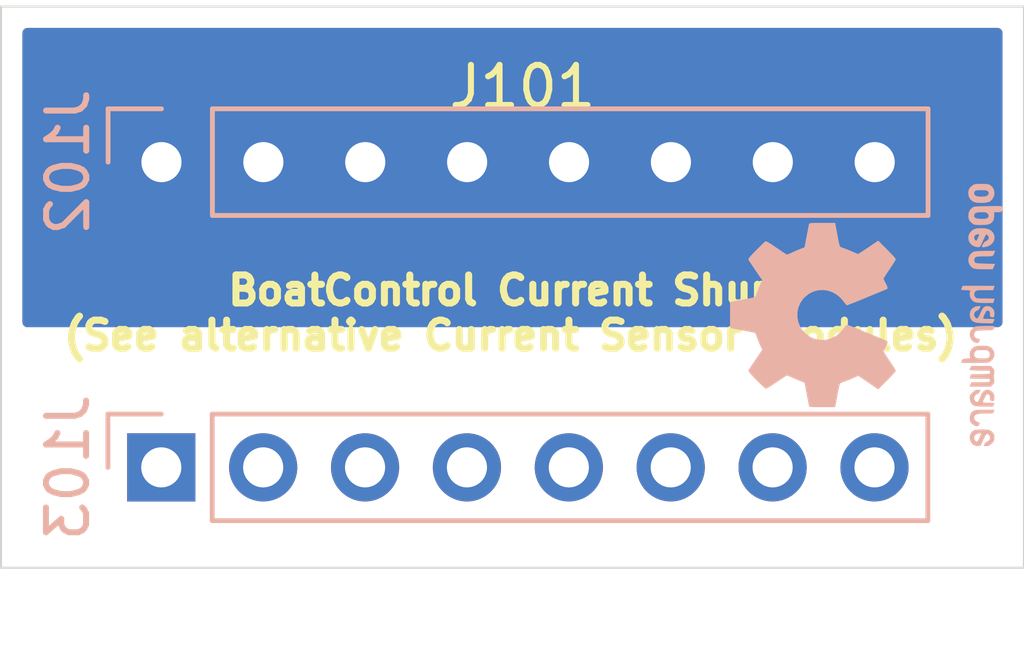
<source format=kicad_pcb>
(kicad_pcb (version 20171130) (host pcbnew 5.1.5+dfsg1-2build2)

  (general
    (thickness 1.6)
    (drawings 5)
    (tracks 2)
    (zones 0)
    (modules 4)
    (nets 10)
  )

  (page A4)
  (title_block
    (title "Current Shunt Breakout")
    (date 2021-01-05)
    (rev 1)
    (company Rugludallur)
    (comment 1 www.dallur.com)
    (comment 2 boatcontrol@dallur.com)
  )

  (layers
    (0 F.Cu signal)
    (31 B.Cu signal)
    (32 B.Adhes user)
    (33 F.Adhes user)
    (34 B.Paste user)
    (35 F.Paste user)
    (36 B.SilkS user)
    (37 F.SilkS user)
    (38 B.Mask user)
    (39 F.Mask user)
    (40 Dwgs.User user)
    (41 Cmts.User user)
    (42 Eco1.User user)
    (43 Eco2.User user)
    (44 Edge.Cuts user)
    (45 Margin user)
    (46 B.CrtYd user)
    (47 F.CrtYd user)
    (48 B.Fab user)
    (49 F.Fab user)
  )

  (setup
    (last_trace_width 0.25)
    (user_trace_width 2)
    (user_trace_width 4)
    (user_trace_width 5)
    (trace_clearance 0.925)
    (zone_clearance 0.508)
    (zone_45_only no)
    (trace_min 0.2)
    (via_size 0.8)
    (via_drill 0.4)
    (via_min_size 0.4)
    (via_min_drill 0.3)
    (uvia_size 0.3)
    (uvia_drill 0.1)
    (uvias_allowed no)
    (uvia_min_size 0.2)
    (uvia_min_drill 0.1)
    (edge_width 0.05)
    (segment_width 0.2)
    (pcb_text_width 0.3)
    (pcb_text_size 1.5 1.5)
    (mod_edge_width 0.12)
    (mod_text_size 1 1)
    (mod_text_width 0.15)
    (pad_size 1.524 1.524)
    (pad_drill 0.762)
    (pad_to_mask_clearance 0.051)
    (solder_mask_min_width 0.25)
    (aux_axis_origin 0 0)
    (visible_elements FFFFFF7F)
    (pcbplotparams
      (layerselection 0x010fc_ffffffff)
      (usegerberextensions false)
      (usegerberattributes false)
      (usegerberadvancedattributes false)
      (creategerberjobfile false)
      (excludeedgelayer true)
      (linewidth 0.100000)
      (plotframeref false)
      (viasonmask false)
      (mode 1)
      (useauxorigin false)
      (hpglpennumber 1)
      (hpglpenspeed 20)
      (hpglpendiameter 15.000000)
      (psnegative false)
      (psa4output false)
      (plotreference true)
      (plotvalue true)
      (plotinvisibletext false)
      (padsonsilk false)
      (subtractmaskfromsilk false)
      (outputformat 1)
      (mirror false)
      (drillshape 1)
      (scaleselection 1)
      (outputdirectory ""))
  )

  (net 0 "")
  (net 1 /Power)
  (net 2 "Net-(J101-Pad1)")
  (net 3 "Net-(J101-Pad2)")
  (net 4 "Net-(J101-Pad3)")
  (net 5 "Net-(J101-Pad4)")
  (net 6 "Net-(J101-Pad5)")
  (net 7 "Net-(J101-Pad6)")
  (net 8 "Net-(J101-Pad7)")
  (net 9 "Net-(J101-Pad8)")

  (net_class Default "This is the default net class."
    (clearance 0.925)
    (trace_width 0.25)
    (via_dia 0.8)
    (via_drill 0.4)
    (uvia_dia 0.3)
    (uvia_drill 0.1)
    (add_net /Power)
    (add_net "Net-(J101-Pad1)")
    (add_net "Net-(J101-Pad2)")
    (add_net "Net-(J101-Pad3)")
    (add_net "Net-(J101-Pad4)")
    (add_net "Net-(J101-Pad5)")
    (add_net "Net-(J101-Pad6)")
    (add_net "Net-(J101-Pad7)")
    (add_net "Net-(J101-Pad8)")
  )

  (module CurrentShunt:OSHW-Logo2_7.3x6mm_SilkScreen (layer B.Cu) (tedit 5FF3C164) (tstamp 5FF44280)
    (at 157.9372 99.695 270)
    (descr "Open Source Hardware Symbol")
    (tags "Logo Symbol OSHW")
    (path /5FF5287F)
    (attr virtual)
    (fp_text reference LOGO101 (at 0 0 270) (layer B.SilkS) hide
      (effects (font (size 1 1) (thickness 0.15)) (justify mirror))
    )
    (fp_text value Logo_Open_Hardware_Small (at 0.75 0 270) (layer B.Fab) hide
      (effects (font (size 1 1) (thickness 0.15)) (justify mirror))
    )
    (fp_poly (pts (xy -2.400256 -3.189918) (xy -2.344799 -3.217568) (xy -2.295852 -3.26848) (xy -2.282371 -3.287338)
      (xy -2.267686 -3.312015) (xy -2.258158 -3.338816) (xy -2.252707 -3.374587) (xy -2.250253 -3.426169)
      (xy -2.249714 -3.494267) (xy -2.252148 -3.587588) (xy -2.260606 -3.657657) (xy -2.276826 -3.709931)
      (xy -2.302546 -3.749869) (xy -2.339503 -3.782929) (xy -2.342218 -3.784886) (xy -2.37864 -3.804908)
      (xy -2.422498 -3.814815) (xy -2.478276 -3.817257) (xy -2.568952 -3.817257) (xy -2.56899 -3.905283)
      (xy -2.569834 -3.954308) (xy -2.574976 -3.983065) (xy -2.588413 -4.000311) (xy -2.614142 -4.014808)
      (xy -2.620321 -4.017769) (xy -2.649236 -4.031648) (xy -2.671624 -4.040414) (xy -2.688271 -4.041171)
      (xy -2.699964 -4.031023) (xy -2.70749 -4.007073) (xy -2.711634 -3.966426) (xy -2.713185 -3.906186)
      (xy -2.712929 -3.823455) (xy -2.711651 -3.715339) (xy -2.711252 -3.683) (xy -2.709815 -3.571524)
      (xy -2.708528 -3.498603) (xy -2.569029 -3.498603) (xy -2.568245 -3.560499) (xy -2.56476 -3.600997)
      (xy -2.556876 -3.627708) (xy -2.542895 -3.648244) (xy -2.533403 -3.65826) (xy -2.494596 -3.687567)
      (xy -2.460237 -3.689952) (xy -2.424784 -3.66575) (xy -2.423886 -3.664857) (xy -2.409461 -3.646153)
      (xy -2.400687 -3.620732) (xy -2.396261 -3.581584) (xy -2.394882 -3.521697) (xy -2.394857 -3.50843)
      (xy -2.398188 -3.425901) (xy -2.409031 -3.368691) (xy -2.42866 -3.333766) (xy -2.45835 -3.318094)
      (xy -2.475509 -3.316514) (xy -2.516234 -3.323926) (xy -2.544168 -3.34833) (xy -2.560983 -3.39298)
      (xy -2.56835 -3.46113) (xy -2.569029 -3.498603) (xy -2.708528 -3.498603) (xy -2.708292 -3.485245)
      (xy -2.706323 -3.420333) (xy -2.70355 -3.372958) (xy -2.699612 -3.33929) (xy -2.694151 -3.315498)
      (xy -2.686808 -3.297753) (xy -2.677223 -3.282224) (xy -2.673113 -3.276381) (xy -2.618595 -3.221185)
      (xy -2.549664 -3.18989) (xy -2.469928 -3.181165) (xy -2.400256 -3.189918)) (layer B.SilkS) (width 0.01))
    (fp_poly (pts (xy -1.283907 -3.19778) (xy -1.237328 -3.224723) (xy -1.204943 -3.251466) (xy -1.181258 -3.279484)
      (xy -1.164941 -3.313748) (xy -1.154661 -3.359227) (xy -1.149086 -3.420892) (xy -1.146884 -3.503711)
      (xy -1.146629 -3.563246) (xy -1.146629 -3.782391) (xy -1.208314 -3.810044) (xy -1.27 -3.837697)
      (xy -1.277257 -3.59767) (xy -1.280256 -3.508028) (xy -1.283402 -3.442962) (xy -1.287299 -3.398026)
      (xy -1.292553 -3.36877) (xy -1.299769 -3.350748) (xy -1.30955 -3.339511) (xy -1.312688 -3.337079)
      (xy -1.360239 -3.318083) (xy -1.408303 -3.3256) (xy -1.436914 -3.345543) (xy -1.448553 -3.359675)
      (xy -1.456609 -3.37822) (xy -1.461729 -3.406334) (xy -1.464559 -3.449173) (xy -1.465744 -3.511895)
      (xy -1.465943 -3.577261) (xy -1.465982 -3.659268) (xy -1.467386 -3.717316) (xy -1.472086 -3.756465)
      (xy -1.482013 -3.78178) (xy -1.499097 -3.798323) (xy -1.525268 -3.811156) (xy -1.560225 -3.824491)
      (xy -1.598404 -3.839007) (xy -1.593859 -3.581389) (xy -1.592029 -3.488519) (xy -1.589888 -3.419889)
      (xy -1.586819 -3.370711) (xy -1.582206 -3.336198) (xy -1.575432 -3.311562) (xy -1.565881 -3.292016)
      (xy -1.554366 -3.27477) (xy -1.49881 -3.21968) (xy -1.43102 -3.187822) (xy -1.357287 -3.180191)
      (xy -1.283907 -3.19778)) (layer B.SilkS) (width 0.01))
    (fp_poly (pts (xy -2.958885 -3.191962) (xy -2.890855 -3.227733) (xy -2.840649 -3.285301) (xy -2.822815 -3.322312)
      (xy -2.808937 -3.377882) (xy -2.801833 -3.448096) (xy -2.80116 -3.524727) (xy -2.806573 -3.599552)
      (xy -2.81773 -3.664342) (xy -2.834286 -3.710873) (xy -2.839374 -3.718887) (xy -2.899645 -3.778707)
      (xy -2.971231 -3.814535) (xy -3.048908 -3.82502) (xy -3.127452 -3.80881) (xy -3.149311 -3.799092)
      (xy -3.191878 -3.769143) (xy -3.229237 -3.729433) (xy -3.232768 -3.724397) (xy -3.247119 -3.700124)
      (xy -3.256606 -3.674178) (xy -3.26221 -3.640022) (xy -3.264914 -3.591119) (xy -3.265701 -3.520935)
      (xy -3.265714 -3.5052) (xy -3.265678 -3.500192) (xy -3.120571 -3.500192) (xy -3.119727 -3.56643)
      (xy -3.116404 -3.610386) (xy -3.109417 -3.638779) (xy -3.097584 -3.658325) (xy -3.091543 -3.664857)
      (xy -3.056814 -3.68968) (xy -3.023097 -3.688548) (xy -2.989005 -3.667016) (xy -2.968671 -3.644029)
      (xy -2.956629 -3.610478) (xy -2.949866 -3.557569) (xy -2.949402 -3.551399) (xy -2.948248 -3.455513)
      (xy -2.960312 -3.384299) (xy -2.98543 -3.338194) (xy -3.02344 -3.317635) (xy -3.037008 -3.316514)
      (xy -3.072636 -3.322152) (xy -3.097006 -3.341686) (xy -3.111907 -3.379042) (xy -3.119125 -3.43815)
      (xy -3.120571 -3.500192) (xy -3.265678 -3.500192) (xy -3.265174 -3.430413) (xy -3.262904 -3.378159)
      (xy -3.257932 -3.341949) (xy -3.249287 -3.315299) (xy -3.235995 -3.291722) (xy -3.233057 -3.287338)
      (xy -3.183687 -3.228249) (xy -3.129891 -3.193947) (xy -3.064398 -3.180331) (xy -3.042158 -3.179665)
      (xy -2.958885 -3.191962)) (layer B.SilkS) (width 0.01))
    (fp_poly (pts (xy -1.831697 -3.201239) (xy -1.774473 -3.239735) (xy -1.730251 -3.295335) (xy -1.703833 -3.366086)
      (xy -1.69849 -3.418162) (xy -1.699097 -3.439893) (xy -1.704178 -3.456531) (xy -1.718145 -3.471437)
      (xy -1.745411 -3.487973) (xy -1.790388 -3.509498) (xy -1.857489 -3.539374) (xy -1.857829 -3.539524)
      (xy -1.919593 -3.567813) (xy -1.970241 -3.592933) (xy -2.004596 -3.612179) (xy -2.017482 -3.622848)
      (xy -2.017486 -3.622934) (xy -2.006128 -3.646166) (xy -1.979569 -3.671774) (xy -1.949077 -3.690221)
      (xy -1.93363 -3.693886) (xy -1.891485 -3.681212) (xy -1.855192 -3.649471) (xy -1.837483 -3.614572)
      (xy -1.820448 -3.588845) (xy -1.787078 -3.559546) (xy -1.747851 -3.534235) (xy -1.713244 -3.520471)
      (xy -1.706007 -3.519714) (xy -1.697861 -3.53216) (xy -1.69737 -3.563972) (xy -1.703357 -3.606866)
      (xy -1.714643 -3.652558) (xy -1.73005 -3.692761) (xy -1.730829 -3.694322) (xy -1.777196 -3.759062)
      (xy -1.837289 -3.803097) (xy -1.905535 -3.824711) (xy -1.976362 -3.822185) (xy -2.044196 -3.793804)
      (xy -2.047212 -3.791808) (xy -2.100573 -3.743448) (xy -2.13566 -3.680352) (xy -2.155078 -3.597387)
      (xy -2.157684 -3.574078) (xy -2.162299 -3.464055) (xy -2.156767 -3.412748) (xy -2.017486 -3.412748)
      (xy -2.015676 -3.444753) (xy -2.005778 -3.454093) (xy -1.981102 -3.447105) (xy -1.942205 -3.430587)
      (xy -1.898725 -3.409881) (xy -1.897644 -3.409333) (xy -1.860791 -3.389949) (xy -1.846 -3.377013)
      (xy -1.849647 -3.363451) (xy -1.865005 -3.345632) (xy -1.904077 -3.319845) (xy -1.946154 -3.31795)
      (xy -1.983897 -3.336717) (xy -2.009966 -3.372915) (xy -2.017486 -3.412748) (xy -2.156767 -3.412748)
      (xy -2.152806 -3.376027) (xy -2.12845 -3.306212) (xy -2.094544 -3.257302) (xy -2.033347 -3.207878)
      (xy -1.965937 -3.183359) (xy -1.89712 -3.181797) (xy -1.831697 -3.201239)) (layer B.SilkS) (width 0.01))
    (fp_poly (pts (xy -0.624114 -3.121289) (xy -0.619861 -3.180613) (xy -0.614975 -3.215572) (xy -0.608205 -3.23082)
      (xy -0.598298 -3.231015) (xy -0.595086 -3.229195) (xy -0.552356 -3.216015) (xy -0.496773 -3.216785)
      (xy -0.440263 -3.230333) (xy -0.404918 -3.247861) (xy -0.368679 -3.275861) (xy -0.342187 -3.307549)
      (xy -0.324001 -3.347813) (xy -0.312678 -3.401543) (xy -0.306778 -3.473626) (xy -0.304857 -3.568951)
      (xy -0.304823 -3.587237) (xy -0.3048 -3.792646) (xy -0.350509 -3.80858) (xy -0.382973 -3.81942)
      (xy -0.400785 -3.824468) (xy -0.401309 -3.824514) (xy -0.403063 -3.810828) (xy -0.404556 -3.773076)
      (xy -0.405674 -3.716224) (xy -0.406303 -3.645234) (xy -0.4064 -3.602073) (xy -0.406602 -3.516973)
      (xy -0.407642 -3.455981) (xy -0.410169 -3.414177) (xy -0.414836 -3.386642) (xy -0.422293 -3.368456)
      (xy -0.433189 -3.354698) (xy -0.439993 -3.348073) (xy -0.486728 -3.321375) (xy -0.537728 -3.319375)
      (xy -0.583999 -3.341955) (xy -0.592556 -3.350107) (xy -0.605107 -3.365436) (xy -0.613812 -3.383618)
      (xy -0.619369 -3.409909) (xy -0.622474 -3.449562) (xy -0.623824 -3.507832) (xy -0.624114 -3.588173)
      (xy -0.624114 -3.792646) (xy -0.669823 -3.80858) (xy -0.702287 -3.81942) (xy -0.720099 -3.824468)
      (xy -0.720623 -3.824514) (xy -0.721963 -3.810623) (xy -0.723172 -3.771439) (xy -0.724199 -3.7107)
      (xy -0.724998 -3.632141) (xy -0.725519 -3.539498) (xy -0.725714 -3.436509) (xy -0.725714 -3.039342)
      (xy -0.678543 -3.019444) (xy -0.631371 -2.999547) (xy -0.624114 -3.121289)) (layer B.SilkS) (width 0.01))
    (fp_poly (pts (xy 0.039744 -3.220968) (xy 0.096616 -3.242087) (xy 0.097267 -3.242493) (xy 0.13244 -3.26838)
      (xy 0.158407 -3.298633) (xy 0.17667 -3.338058) (xy 0.188732 -3.391462) (xy 0.196096 -3.463651)
      (xy 0.200264 -3.559432) (xy 0.200629 -3.573078) (xy 0.205876 -3.778842) (xy 0.161716 -3.801678)
      (xy 0.129763 -3.81711) (xy 0.11047 -3.824423) (xy 0.109578 -3.824514) (xy 0.106239 -3.811022)
      (xy 0.103587 -3.774626) (xy 0.101956 -3.721452) (xy 0.1016 -3.678393) (xy 0.101592 -3.608641)
      (xy 0.098403 -3.564837) (xy 0.087288 -3.543944) (xy 0.063501 -3.542925) (xy 0.022296 -3.558741)
      (xy -0.039914 -3.587815) (xy -0.085659 -3.611963) (xy -0.109187 -3.632913) (xy -0.116104 -3.655747)
      (xy -0.116114 -3.656877) (xy -0.104701 -3.696212) (xy -0.070908 -3.717462) (xy -0.019191 -3.720539)
      (xy 0.018061 -3.720006) (xy 0.037703 -3.730735) (xy 0.049952 -3.756505) (xy 0.057002 -3.789337)
      (xy 0.046842 -3.807966) (xy 0.043017 -3.810632) (xy 0.007001 -3.82134) (xy -0.043434 -3.822856)
      (xy -0.095374 -3.815759) (xy -0.132178 -3.802788) (xy -0.183062 -3.759585) (xy -0.211986 -3.699446)
      (xy -0.217714 -3.652462) (xy -0.213343 -3.610082) (xy -0.197525 -3.575488) (xy -0.166203 -3.544763)
      (xy -0.115322 -3.51399) (xy -0.040824 -3.479252) (xy -0.036286 -3.477288) (xy 0.030821 -3.446287)
      (xy 0.072232 -3.420862) (xy 0.089981 -3.398014) (xy 0.086107 -3.374745) (xy 0.062643 -3.348056)
      (xy 0.055627 -3.341914) (xy 0.00863 -3.3181) (xy -0.040067 -3.319103) (xy -0.082478 -3.342451)
      (xy -0.110616 -3.385675) (xy -0.113231 -3.39416) (xy -0.138692 -3.435308) (xy -0.170999 -3.455128)
      (xy -0.217714 -3.47477) (xy -0.217714 -3.42395) (xy -0.203504 -3.350082) (xy -0.161325 -3.282327)
      (xy -0.139376 -3.259661) (xy -0.089483 -3.230569) (xy -0.026033 -3.2174) (xy 0.039744 -3.220968)) (layer B.SilkS) (width 0.01))
    (fp_poly (pts (xy 0.529926 -3.219755) (xy 0.595858 -3.244084) (xy 0.649273 -3.287117) (xy 0.670164 -3.317409)
      (xy 0.692939 -3.372994) (xy 0.692466 -3.413186) (xy 0.668562 -3.440217) (xy 0.659717 -3.444813)
      (xy 0.62153 -3.459144) (xy 0.602028 -3.455472) (xy 0.595422 -3.431407) (xy 0.595086 -3.418114)
      (xy 0.582992 -3.36921) (xy 0.551471 -3.334999) (xy 0.507659 -3.318476) (xy 0.458695 -3.322634)
      (xy 0.418894 -3.344227) (xy 0.40545 -3.356544) (xy 0.395921 -3.371487) (xy 0.389485 -3.394075)
      (xy 0.385317 -3.429328) (xy 0.382597 -3.482266) (xy 0.380502 -3.557907) (xy 0.37996 -3.581857)
      (xy 0.377981 -3.66379) (xy 0.375731 -3.721455) (xy 0.372357 -3.759608) (xy 0.367006 -3.783004)
      (xy 0.358824 -3.796398) (xy 0.346959 -3.804545) (xy 0.339362 -3.808144) (xy 0.307102 -3.820452)
      (xy 0.288111 -3.824514) (xy 0.281836 -3.810948) (xy 0.278006 -3.769934) (xy 0.2766 -3.700999)
      (xy 0.277598 -3.603669) (xy 0.277908 -3.588657) (xy 0.280101 -3.499859) (xy 0.282693 -3.435019)
      (xy 0.286382 -3.389067) (xy 0.291864 -3.356935) (xy 0.299835 -3.333553) (xy 0.310993 -3.313852)
      (xy 0.31683 -3.30541) (xy 0.350296 -3.268057) (xy 0.387727 -3.239003) (xy 0.392309 -3.236467)
      (xy 0.459426 -3.216443) (xy 0.529926 -3.219755)) (layer B.SilkS) (width 0.01))
    (fp_poly (pts (xy 1.190117 -3.335358) (xy 1.189933 -3.443837) (xy 1.189219 -3.527287) (xy 1.187675 -3.589704)
      (xy 1.185001 -3.635085) (xy 1.180894 -3.667429) (xy 1.175055 -3.690733) (xy 1.167182 -3.708995)
      (xy 1.161221 -3.719418) (xy 1.111855 -3.775945) (xy 1.049264 -3.811377) (xy 0.980013 -3.82409)
      (xy 0.910668 -3.812463) (xy 0.869375 -3.791568) (xy 0.826025 -3.755422) (xy 0.796481 -3.711276)
      (xy 0.778655 -3.653462) (xy 0.770463 -3.576313) (xy 0.769302 -3.519714) (xy 0.769458 -3.515647)
      (xy 0.870857 -3.515647) (xy 0.871476 -3.58055) (xy 0.874314 -3.623514) (xy 0.88084 -3.651622)
      (xy 0.892523 -3.671953) (xy 0.906483 -3.687288) (xy 0.953365 -3.71689) (xy 1.003701 -3.719419)
      (xy 1.051276 -3.694705) (xy 1.054979 -3.691356) (xy 1.070783 -3.673935) (xy 1.080693 -3.653209)
      (xy 1.086058 -3.622362) (xy 1.088228 -3.574577) (xy 1.088571 -3.521748) (xy 1.087827 -3.455381)
      (xy 1.084748 -3.411106) (xy 1.078061 -3.382009) (xy 1.066496 -3.361173) (xy 1.057013 -3.350107)
      (xy 1.01296 -3.322198) (xy 0.962224 -3.318843) (xy 0.913796 -3.340159) (xy 0.90445 -3.348073)
      (xy 0.88854 -3.365647) (xy 0.87861 -3.386587) (xy 0.873278 -3.417782) (xy 0.871163 -3.466122)
      (xy 0.870857 -3.515647) (xy 0.769458 -3.515647) (xy 0.77281 -3.428568) (xy 0.784726 -3.360086)
      (xy 0.807135 -3.3086) (xy 0.842124 -3.268443) (xy 0.869375 -3.247861) (xy 0.918907 -3.225625)
      (xy 0.976316 -3.215304) (xy 1.029682 -3.218067) (xy 1.059543 -3.229212) (xy 1.071261 -3.232383)
      (xy 1.079037 -3.220557) (xy 1.084465 -3.188866) (xy 1.088571 -3.140593) (xy 1.093067 -3.086829)
      (xy 1.099313 -3.054482) (xy 1.110676 -3.035985) (xy 1.130528 -3.02377) (xy 1.143 -3.018362)
      (xy 1.190171 -2.998601) (xy 1.190117 -3.335358)) (layer B.SilkS) (width 0.01))
    (fp_poly (pts (xy 1.779833 -3.228663) (xy 1.782048 -3.26685) (xy 1.783784 -3.324886) (xy 1.784899 -3.39818)
      (xy 1.785257 -3.475055) (xy 1.785257 -3.735196) (xy 1.739326 -3.781127) (xy 1.707675 -3.809429)
      (xy 1.67989 -3.820893) (xy 1.641915 -3.820168) (xy 1.62684 -3.818321) (xy 1.579726 -3.812948)
      (xy 1.540756 -3.809869) (xy 1.531257 -3.809585) (xy 1.499233 -3.811445) (xy 1.453432 -3.816114)
      (xy 1.435674 -3.818321) (xy 1.392057 -3.821735) (xy 1.362745 -3.81432) (xy 1.33368 -3.791427)
      (xy 1.323188 -3.781127) (xy 1.277257 -3.735196) (xy 1.277257 -3.248602) (xy 1.314226 -3.231758)
      (xy 1.346059 -3.219282) (xy 1.364683 -3.214914) (xy 1.369458 -3.228718) (xy 1.373921 -3.267286)
      (xy 1.377775 -3.326356) (xy 1.380722 -3.401663) (xy 1.382143 -3.465286) (xy 1.386114 -3.715657)
      (xy 1.420759 -3.720556) (xy 1.452268 -3.717131) (xy 1.467708 -3.706041) (xy 1.472023 -3.685308)
      (xy 1.475708 -3.641145) (xy 1.478469 -3.579146) (xy 1.480012 -3.504909) (xy 1.480235 -3.466706)
      (xy 1.480457 -3.246783) (xy 1.526166 -3.230849) (xy 1.558518 -3.220015) (xy 1.576115 -3.214962)
      (xy 1.576623 -3.214914) (xy 1.578388 -3.228648) (xy 1.580329 -3.26673) (xy 1.582282 -3.324482)
      (xy 1.584084 -3.397227) (xy 1.585343 -3.465286) (xy 1.589314 -3.715657) (xy 1.6764 -3.715657)
      (xy 1.680396 -3.48724) (xy 1.684392 -3.258822) (xy 1.726847 -3.236868) (xy 1.758192 -3.221793)
      (xy 1.776744 -3.214951) (xy 1.777279 -3.214914) (xy 1.779833 -3.228663)) (layer B.SilkS) (width 0.01))
    (fp_poly (pts (xy 2.144876 -3.226335) (xy 2.186667 -3.245344) (xy 2.219469 -3.268378) (xy 2.243503 -3.294133)
      (xy 2.260097 -3.327358) (xy 2.270577 -3.3728) (xy 2.276271 -3.435207) (xy 2.278507 -3.519327)
      (xy 2.278743 -3.574721) (xy 2.278743 -3.790826) (xy 2.241774 -3.80767) (xy 2.212656 -3.819981)
      (xy 2.198231 -3.824514) (xy 2.195472 -3.811025) (xy 2.193282 -3.774653) (xy 2.191942 -3.721542)
      (xy 2.191657 -3.679372) (xy 2.190434 -3.618447) (xy 2.187136 -3.570115) (xy 2.182321 -3.540518)
      (xy 2.178496 -3.534229) (xy 2.152783 -3.540652) (xy 2.112418 -3.557125) (xy 2.065679 -3.579458)
      (xy 2.020845 -3.603457) (xy 1.986193 -3.62493) (xy 1.970002 -3.639685) (xy 1.969938 -3.639845)
      (xy 1.97133 -3.667152) (xy 1.983818 -3.693219) (xy 2.005743 -3.714392) (xy 2.037743 -3.721474)
      (xy 2.065092 -3.720649) (xy 2.103826 -3.720042) (xy 2.124158 -3.729116) (xy 2.136369 -3.753092)
      (xy 2.137909 -3.757613) (xy 2.143203 -3.791806) (xy 2.129047 -3.812568) (xy 2.092148 -3.822462)
      (xy 2.052289 -3.824292) (xy 1.980562 -3.810727) (xy 1.943432 -3.791355) (xy 1.897576 -3.745845)
      (xy 1.873256 -3.689983) (xy 1.871073 -3.630957) (xy 1.891629 -3.575953) (xy 1.922549 -3.541486)
      (xy 1.95342 -3.522189) (xy 2.001942 -3.497759) (xy 2.058485 -3.472985) (xy 2.06791 -3.469199)
      (xy 2.130019 -3.441791) (xy 2.165822 -3.417634) (xy 2.177337 -3.393619) (xy 2.16658 -3.366635)
      (xy 2.148114 -3.345543) (xy 2.104469 -3.319572) (xy 2.056446 -3.317624) (xy 2.012406 -3.337637)
      (xy 1.980709 -3.377551) (xy 1.976549 -3.387848) (xy 1.952327 -3.425724) (xy 1.916965 -3.453842)
      (xy 1.872343 -3.476917) (xy 1.872343 -3.411485) (xy 1.874969 -3.371506) (xy 1.88623 -3.339997)
      (xy 1.911199 -3.306378) (xy 1.935169 -3.280484) (xy 1.972441 -3.243817) (xy 2.001401 -3.224121)
      (xy 2.032505 -3.21622) (xy 2.067713 -3.214914) (xy 2.144876 -3.226335)) (layer B.SilkS) (width 0.01))
    (fp_poly (pts (xy 2.6526 -3.228752) (xy 2.669948 -3.236334) (xy 2.711356 -3.269128) (xy 2.746765 -3.316547)
      (xy 2.768664 -3.367151) (xy 2.772229 -3.392098) (xy 2.760279 -3.426927) (xy 2.734067 -3.445357)
      (xy 2.705964 -3.456516) (xy 2.693095 -3.458572) (xy 2.686829 -3.443649) (xy 2.674456 -3.411175)
      (xy 2.669028 -3.396502) (xy 2.63859 -3.345744) (xy 2.59452 -3.320427) (xy 2.53801 -3.321206)
      (xy 2.533825 -3.322203) (xy 2.503655 -3.336507) (xy 2.481476 -3.364393) (xy 2.466327 -3.409287)
      (xy 2.45725 -3.474615) (xy 2.453286 -3.563804) (xy 2.452914 -3.611261) (xy 2.45273 -3.686071)
      (xy 2.451522 -3.737069) (xy 2.448309 -3.769471) (xy 2.442109 -3.788495) (xy 2.43194 -3.799356)
      (xy 2.416819 -3.807272) (xy 2.415946 -3.80767) (xy 2.386828 -3.819981) (xy 2.372403 -3.824514)
      (xy 2.370186 -3.810809) (xy 2.368289 -3.772925) (xy 2.366847 -3.715715) (xy 2.365998 -3.644027)
      (xy 2.365829 -3.591565) (xy 2.366692 -3.490047) (xy 2.37007 -3.413032) (xy 2.377142 -3.356023)
      (xy 2.389088 -3.314526) (xy 2.40709 -3.284043) (xy 2.432327 -3.26008) (xy 2.457247 -3.243355)
      (xy 2.517171 -3.221097) (xy 2.586911 -3.216076) (xy 2.6526 -3.228752)) (layer B.SilkS) (width 0.01))
    (fp_poly (pts (xy 3.153595 -3.236966) (xy 3.211021 -3.274497) (xy 3.238719 -3.308096) (xy 3.260662 -3.369064)
      (xy 3.262405 -3.417308) (xy 3.258457 -3.481816) (xy 3.109686 -3.546934) (xy 3.037349 -3.580202)
      (xy 2.990084 -3.606964) (xy 2.965507 -3.630144) (xy 2.961237 -3.652667) (xy 2.974889 -3.677455)
      (xy 2.989943 -3.693886) (xy 3.033746 -3.720235) (xy 3.081389 -3.722081) (xy 3.125145 -3.701546)
      (xy 3.157289 -3.660752) (xy 3.163038 -3.646347) (xy 3.190576 -3.601356) (xy 3.222258 -3.582182)
      (xy 3.265714 -3.565779) (xy 3.265714 -3.627966) (xy 3.261872 -3.670283) (xy 3.246823 -3.705969)
      (xy 3.21528 -3.746943) (xy 3.210592 -3.752267) (xy 3.175506 -3.78872) (xy 3.145347 -3.808283)
      (xy 3.107615 -3.817283) (xy 3.076335 -3.82023) (xy 3.020385 -3.820965) (xy 2.980555 -3.81166)
      (xy 2.955708 -3.797846) (xy 2.916656 -3.767467) (xy 2.889625 -3.734613) (xy 2.872517 -3.693294)
      (xy 2.863238 -3.637521) (xy 2.859693 -3.561305) (xy 2.85941 -3.522622) (xy 2.860372 -3.476247)
      (xy 2.948007 -3.476247) (xy 2.949023 -3.501126) (xy 2.951556 -3.5052) (xy 2.968274 -3.499665)
      (xy 3.004249 -3.485017) (xy 3.052331 -3.46419) (xy 3.062386 -3.459714) (xy 3.123152 -3.428814)
      (xy 3.156632 -3.401657) (xy 3.16399 -3.37622) (xy 3.146391 -3.350481) (xy 3.131856 -3.339109)
      (xy 3.07941 -3.316364) (xy 3.030322 -3.320122) (xy 2.989227 -3.347884) (xy 2.960758 -3.397152)
      (xy 2.951631 -3.436257) (xy 2.948007 -3.476247) (xy 2.860372 -3.476247) (xy 2.861285 -3.432249)
      (xy 2.868196 -3.365384) (xy 2.881884 -3.316695) (xy 2.904096 -3.280849) (xy 2.936574 -3.252513)
      (xy 2.950733 -3.243355) (xy 3.015053 -3.219507) (xy 3.085473 -3.218006) (xy 3.153595 -3.236966)) (layer B.SilkS) (width 0.01))
    (fp_poly (pts (xy 0.10391 2.757652) (xy 0.182454 2.757222) (xy 0.239298 2.756058) (xy 0.278105 2.753793)
      (xy 0.302538 2.75006) (xy 0.316262 2.744494) (xy 0.32294 2.736727) (xy 0.326236 2.726395)
      (xy 0.326556 2.725057) (xy 0.331562 2.700921) (xy 0.340829 2.653299) (xy 0.353392 2.587259)
      (xy 0.368287 2.507872) (xy 0.384551 2.420204) (xy 0.385119 2.417125) (xy 0.40141 2.331211)
      (xy 0.416652 2.255304) (xy 0.429861 2.193955) (xy 0.440054 2.151718) (xy 0.446248 2.133145)
      (xy 0.446543 2.132816) (xy 0.464788 2.123747) (xy 0.502405 2.108633) (xy 0.551271 2.090738)
      (xy 0.551543 2.090642) (xy 0.613093 2.067507) (xy 0.685657 2.038035) (xy 0.754057 2.008403)
      (xy 0.757294 2.006938) (xy 0.868702 1.956374) (xy 1.115399 2.12484) (xy 1.191077 2.176197)
      (xy 1.259631 2.222111) (xy 1.317088 2.25997) (xy 1.359476 2.287163) (xy 1.382825 2.301079)
      (xy 1.385042 2.302111) (xy 1.40201 2.297516) (xy 1.433701 2.275345) (xy 1.481352 2.234553)
      (xy 1.546198 2.174095) (xy 1.612397 2.109773) (xy 1.676214 2.046388) (xy 1.733329 1.988549)
      (xy 1.780305 1.939825) (xy 1.813703 1.90379) (xy 1.830085 1.884016) (xy 1.830694 1.882998)
      (xy 1.832505 1.869428) (xy 1.825683 1.847267) (xy 1.80854 1.813522) (xy 1.779393 1.7652)
      (xy 1.736555 1.699308) (xy 1.679448 1.614483) (xy 1.628766 1.539823) (xy 1.583461 1.47286)
      (xy 1.54615 1.417484) (xy 1.519452 1.37758) (xy 1.505985 1.357038) (xy 1.505137 1.355644)
      (xy 1.506781 1.335962) (xy 1.519245 1.297707) (xy 1.540048 1.248111) (xy 1.547462 1.232272)
      (xy 1.579814 1.16171) (xy 1.614328 1.081647) (xy 1.642365 1.012371) (xy 1.662568 0.960955)
      (xy 1.678615 0.921881) (xy 1.687888 0.901459) (xy 1.689041 0.899886) (xy 1.706096 0.897279)
      (xy 1.746298 0.890137) (xy 1.804302 0.879477) (xy 1.874763 0.866315) (xy 1.952335 0.851667)
      (xy 2.031672 0.836551) (xy 2.107431 0.821982) (xy 2.174264 0.808978) (xy 2.226828 0.798555)
      (xy 2.259776 0.79173) (xy 2.267857 0.789801) (xy 2.276205 0.785038) (xy 2.282506 0.774282)
      (xy 2.287045 0.753902) (xy 2.290104 0.720266) (xy 2.291967 0.669745) (xy 2.292918 0.598708)
      (xy 2.29324 0.503524) (xy 2.293257 0.464508) (xy 2.293257 0.147201) (xy 2.217057 0.132161)
      (xy 2.174663 0.124005) (xy 2.1114 0.112101) (xy 2.034962 0.097884) (xy 1.953043 0.08279)
      (xy 1.9304 0.078645) (xy 1.854806 0.063947) (xy 1.788953 0.049495) (xy 1.738366 0.036625)
      (xy 1.708574 0.026678) (xy 1.703612 0.023713) (xy 1.691426 0.002717) (xy 1.673953 -0.037967)
      (xy 1.654577 -0.090322) (xy 1.650734 -0.1016) (xy 1.625339 -0.171523) (xy 1.593817 -0.250418)
      (xy 1.562969 -0.321266) (xy 1.562817 -0.321595) (xy 1.511447 -0.432733) (xy 1.680399 -0.681253)
      (xy 1.849352 -0.929772) (xy 1.632429 -1.147058) (xy 1.566819 -1.211726) (xy 1.506979 -1.268733)
      (xy 1.456267 -1.315033) (xy 1.418046 -1.347584) (xy 1.395675 -1.363343) (xy 1.392466 -1.364343)
      (xy 1.373626 -1.356469) (xy 1.33518 -1.334578) (xy 1.28133 -1.301267) (xy 1.216276 -1.259131)
      (xy 1.14594 -1.211943) (xy 1.074555 -1.16381) (xy 1.010908 -1.121928) (xy 0.959041 -1.088871)
      (xy 0.922995 -1.067218) (xy 0.906867 -1.059543) (xy 0.887189 -1.066037) (xy 0.849875 -1.08315)
      (xy 0.802621 -1.107326) (xy 0.797612 -1.110013) (xy 0.733977 -1.141927) (xy 0.690341 -1.157579)
      (xy 0.663202 -1.157745) (xy 0.649057 -1.143204) (xy 0.648975 -1.143) (xy 0.641905 -1.125779)
      (xy 0.625042 -1.084899) (xy 0.599695 -1.023525) (xy 0.567171 -0.944819) (xy 0.528778 -0.851947)
      (xy 0.485822 -0.748072) (xy 0.444222 -0.647502) (xy 0.398504 -0.536516) (xy 0.356526 -0.433703)
      (xy 0.319548 -0.342215) (xy 0.288827 -0.265201) (xy 0.265622 -0.205815) (xy 0.25119 -0.167209)
      (xy 0.246743 -0.1528) (xy 0.257896 -0.136272) (xy 0.287069 -0.10993) (xy 0.325971 -0.080887)
      (xy 0.436757 0.010961) (xy 0.523351 0.116241) (xy 0.584716 0.232734) (xy 0.619815 0.358224)
      (xy 0.627608 0.490493) (xy 0.621943 0.551543) (xy 0.591078 0.678205) (xy 0.53792 0.790059)
      (xy 0.465767 0.885999) (xy 0.377917 0.964924) (xy 0.277665 1.02573) (xy 0.16831 1.067313)
      (xy 0.053147 1.088572) (xy -0.064525 1.088401) (xy -0.18141 1.065699) (xy -0.294211 1.019362)
      (xy -0.399631 0.948287) (xy -0.443632 0.908089) (xy -0.528021 0.804871) (xy -0.586778 0.692075)
      (xy -0.620296 0.57299) (xy -0.628965 0.450905) (xy -0.613177 0.329107) (xy -0.573322 0.210884)
      (xy -0.509793 0.099525) (xy -0.422979 -0.001684) (xy -0.325971 -0.080887) (xy -0.285563 -0.111162)
      (xy -0.257018 -0.137219) (xy -0.246743 -0.152825) (xy -0.252123 -0.169843) (xy -0.267425 -0.2105)
      (xy -0.291388 -0.271642) (xy -0.322756 -0.350119) (xy -0.360268 -0.44278) (xy -0.402667 -0.546472)
      (xy -0.444337 -0.647526) (xy -0.49031 -0.758607) (xy -0.532893 -0.861541) (xy -0.570779 -0.953165)
      (xy -0.60266 -1.030316) (xy -0.627229 -1.089831) (xy -0.64318 -1.128544) (xy -0.64909 -1.143)
      (xy -0.663052 -1.157685) (xy -0.69006 -1.157642) (xy -0.733587 -1.142099) (xy -0.79711 -1.110284)
      (xy -0.797612 -1.110013) (xy -0.84544 -1.085323) (xy -0.884103 -1.067338) (xy -0.905905 -1.059614)
      (xy -0.906867 -1.059543) (xy -0.923279 -1.067378) (xy -0.959513 -1.089165) (xy -1.011526 -1.122328)
      (xy -1.075275 -1.164291) (xy -1.14594 -1.211943) (xy -1.217884 -1.260191) (xy -1.282726 -1.302151)
      (xy -1.336265 -1.335227) (xy -1.374303 -1.356821) (xy -1.392467 -1.364343) (xy -1.409192 -1.354457)
      (xy -1.44282 -1.326826) (xy -1.48999 -1.284495) (xy -1.547342 -1.230505) (xy -1.611516 -1.167899)
      (xy -1.632503 -1.146983) (xy -1.849501 -0.929623) (xy -1.684332 -0.68722) (xy -1.634136 -0.612781)
      (xy -1.590081 -0.545972) (xy -1.554638 -0.490665) (xy -1.530281 -0.450729) (xy -1.519478 -0.430036)
      (xy -1.519162 -0.428563) (xy -1.524857 -0.409058) (xy -1.540174 -0.369822) (xy -1.562463 -0.31743)
      (xy -1.578107 -0.282355) (xy -1.607359 -0.215201) (xy -1.634906 -0.147358) (xy -1.656263 -0.090034)
      (xy -1.662065 -0.072572) (xy -1.678548 -0.025938) (xy -1.69466 0.010095) (xy -1.70351 0.023713)
      (xy -1.72304 0.032048) (xy -1.765666 0.043863) (xy -1.825855 0.057819) (xy -1.898078 0.072578)
      (xy -1.9304 0.078645) (xy -2.012478 0.093727) (xy -2.091205 0.108331) (xy -2.158891 0.12102)
      (xy -2.20784 0.130358) (xy -2.217057 0.132161) (xy -2.293257 0.147201) (xy -2.293257 0.464508)
      (xy -2.293086 0.568846) (xy -2.292384 0.647787) (xy -2.290866 0.704962) (xy -2.288251 0.744001)
      (xy -2.284254 0.768535) (xy -2.278591 0.782195) (xy -2.27098 0.788611) (xy -2.267857 0.789801)
      (xy -2.249022 0.79402) (xy -2.207412 0.802438) (xy -2.14837 0.814039) (xy -2.077243 0.827805)
      (xy -1.999375 0.84272) (xy -1.920113 0.857768) (xy -1.844802 0.871931) (xy -1.778787 0.884194)
      (xy -1.727413 0.893539) (xy -1.696025 0.89895) (xy -1.689041 0.899886) (xy -1.682715 0.912404)
      (xy -1.66871 0.945754) (xy -1.649645 0.993623) (xy -1.642366 1.012371) (xy -1.613004 1.084805)
      (xy -1.578429 1.16483) (xy -1.547463 1.232272) (xy -1.524677 1.283841) (xy -1.509518 1.326215)
      (xy -1.504458 1.352166) (xy -1.505264 1.355644) (xy -1.515959 1.372064) (xy -1.54038 1.408583)
      (xy -1.575905 1.461313) (xy -1.619913 1.526365) (xy -1.669783 1.599849) (xy -1.679644 1.614355)
      (xy -1.737508 1.700296) (xy -1.780044 1.765739) (xy -1.808946 1.813696) (xy -1.82591 1.84718)
      (xy -1.832633 1.869205) (xy -1.83081 1.882783) (xy -1.830764 1.882869) (xy -1.816414 1.900703)
      (xy -1.784677 1.935183) (xy -1.73899 1.982732) (xy -1.682796 2.039778) (xy -1.619532 2.102745)
      (xy -1.612398 2.109773) (xy -1.53267 2.18698) (xy -1.471143 2.24367) (xy -1.426579 2.28089)
      (xy -1.397743 2.299685) (xy -1.385042 2.302111) (xy -1.366506 2.291529) (xy -1.328039 2.267084)
      (xy -1.273614 2.231388) (xy -1.207202 2.187053) (xy -1.132775 2.136689) (xy -1.115399 2.12484)
      (xy -0.868703 1.956374) (xy -0.757294 2.006938) (xy -0.689543 2.036405) (xy -0.616817 2.066041)
      (xy -0.554297 2.08967) (xy -0.551543 2.090642) (xy -0.50264 2.108543) (xy -0.464943 2.12368)
      (xy -0.446575 2.13279) (xy -0.446544 2.132816) (xy -0.440715 2.149283) (xy -0.430808 2.189781)
      (xy -0.417805 2.249758) (xy -0.402691 2.32466) (xy -0.386448 2.409936) (xy -0.385119 2.417125)
      (xy -0.368825 2.504986) (xy -0.353867 2.58474) (xy -0.341209 2.651319) (xy -0.331814 2.699653)
      (xy -0.326646 2.724675) (xy -0.326556 2.725057) (xy -0.323411 2.735701) (xy -0.317296 2.743738)
      (xy -0.304547 2.749533) (xy -0.2815 2.753453) (xy -0.244491 2.755865) (xy -0.189856 2.757135)
      (xy -0.113933 2.757629) (xy -0.013056 2.757714) (xy 0 2.757714) (xy 0.10391 2.757652)) (layer B.SilkS) (width 0.01))
  )

  (module Connector_PinHeader_2.54mm:PinHeader_1x08_P2.54mm_Vertical (layer B.Cu) (tedit 59FED5CC) (tstamp 5FF4309F)
    (at 141 95.881 270)
    (descr "Through hole straight pin header, 1x08, 2.54mm pitch, single row")
    (tags "Through hole pin header THT 1x08 2.54mm single row")
    (path /5FF48021)
    (fp_text reference J102 (at 0 2.33 270) (layer B.SilkS)
      (effects (font (size 1 1) (thickness 0.15)) (justify mirror))
    )
    (fp_text value Conn_01x08_Male (at -3.1964 -8.5552) (layer B.Fab)
      (effects (font (size 1 1) (thickness 0.15)) (justify mirror))
    )
    (fp_text user %R (at 0 -8.89) (layer B.Fab)
      (effects (font (size 1 1) (thickness 0.15)) (justify mirror))
    )
    (fp_line (start 1.8 1.8) (end -1.8 1.8) (layer B.CrtYd) (width 0.05))
    (fp_line (start 1.8 -19.55) (end 1.8 1.8) (layer B.CrtYd) (width 0.05))
    (fp_line (start -1.8 -19.55) (end 1.8 -19.55) (layer B.CrtYd) (width 0.05))
    (fp_line (start -1.8 1.8) (end -1.8 -19.55) (layer B.CrtYd) (width 0.05))
    (fp_line (start -1.33 1.33) (end 0 1.33) (layer B.SilkS) (width 0.12))
    (fp_line (start -1.33 0) (end -1.33 1.33) (layer B.SilkS) (width 0.12))
    (fp_line (start -1.33 -1.27) (end 1.33 -1.27) (layer B.SilkS) (width 0.12))
    (fp_line (start 1.33 -1.27) (end 1.33 -19.11) (layer B.SilkS) (width 0.12))
    (fp_line (start -1.33 -1.27) (end -1.33 -19.11) (layer B.SilkS) (width 0.12))
    (fp_line (start -1.33 -19.11) (end 1.33 -19.11) (layer B.SilkS) (width 0.12))
    (fp_line (start -1.27 0.635) (end -0.635 1.27) (layer B.Fab) (width 0.1))
    (fp_line (start -1.27 -19.05) (end -1.27 0.635) (layer B.Fab) (width 0.1))
    (fp_line (start 1.27 -19.05) (end -1.27 -19.05) (layer B.Fab) (width 0.1))
    (fp_line (start 1.27 1.27) (end 1.27 -19.05) (layer B.Fab) (width 0.1))
    (fp_line (start -0.635 1.27) (end 1.27 1.27) (layer B.Fab) (width 0.1))
    (pad 8 thru_hole oval (at 0 -17.78 270) (size 1.7 1.7) (drill 1) (layers *.Cu *.Mask)
      (net 9 "Net-(J101-Pad8)"))
    (pad 7 thru_hole oval (at 0 -15.24 270) (size 1.7 1.7) (drill 1) (layers *.Cu *.Mask)
      (net 8 "Net-(J101-Pad7)"))
    (pad 6 thru_hole oval (at 0 -12.7 270) (size 1.7 1.7) (drill 1) (layers *.Cu *.Mask)
      (net 7 "Net-(J101-Pad6)"))
    (pad 5 thru_hole oval (at 0 -10.16 270) (size 1.7 1.7) (drill 1) (layers *.Cu *.Mask)
      (net 6 "Net-(J101-Pad5)"))
    (pad 4 thru_hole oval (at 0 -7.62 270) (size 1.7 1.7) (drill 1) (layers *.Cu *.Mask)
      (net 5 "Net-(J101-Pad4)"))
    (pad 3 thru_hole oval (at 0 -5.08 270) (size 1.7 1.7) (drill 1) (layers *.Cu *.Mask)
      (net 4 "Net-(J101-Pad3)"))
    (pad 2 thru_hole oval (at 0 -2.54 270) (size 1.7 1.7) (drill 1) (layers *.Cu *.Mask)
      (net 3 "Net-(J101-Pad2)"))
    (pad 1 thru_hole rect (at 0 0 270) (size 1.7 1.7) (drill 1) (layers *.Cu *.Mask)
      (net 2 "Net-(J101-Pad1)"))
    (model ${KISYS3DMOD}/Connector_PinHeader_2.54mm.3dshapes/PinHeader_1x08_P2.54mm_Vertical.wrl
      (at (xyz 0 0 0))
      (scale (xyz 1 1 1))
      (rotate (xyz 0 0 0))
    )
  )

  (module Connector_PinHeader_2.54mm:PinHeader_1x08_P2.54mm_Vertical (layer B.Cu) (tedit 59FED5CC) (tstamp 5FF4304E)
    (at 140.9954 103.496 270)
    (descr "Through hole straight pin header, 1x08, 2.54mm pitch, single row")
    (tags "Through hole pin header THT 1x08 2.54mm single row")
    (path /5FF458D2)
    (fp_text reference J103 (at 0 2.33 270) (layer B.SilkS)
      (effects (font (size 1 1) (thickness 0.15)) (justify mirror))
    )
    (fp_text value Conn_01x08_Male (at 4.0476 -8.9916) (layer B.Fab)
      (effects (font (size 1 1) (thickness 0.15)) (justify mirror))
    )
    (fp_text user %R (at 0 -8.89) (layer B.Fab)
      (effects (font (size 1 1) (thickness 0.15)) (justify mirror))
    )
    (fp_line (start 1.8 1.8) (end -1.8 1.8) (layer B.CrtYd) (width 0.05))
    (fp_line (start 1.8 -19.55) (end 1.8 1.8) (layer B.CrtYd) (width 0.05))
    (fp_line (start -1.8 -19.55) (end 1.8 -19.55) (layer B.CrtYd) (width 0.05))
    (fp_line (start -1.8 1.8) (end -1.8 -19.55) (layer B.CrtYd) (width 0.05))
    (fp_line (start -1.33 1.33) (end 0 1.33) (layer B.SilkS) (width 0.12))
    (fp_line (start -1.33 0) (end -1.33 1.33) (layer B.SilkS) (width 0.12))
    (fp_line (start -1.33 -1.27) (end 1.33 -1.27) (layer B.SilkS) (width 0.12))
    (fp_line (start 1.33 -1.27) (end 1.33 -19.11) (layer B.SilkS) (width 0.12))
    (fp_line (start -1.33 -1.27) (end -1.33 -19.11) (layer B.SilkS) (width 0.12))
    (fp_line (start -1.33 -19.11) (end 1.33 -19.11) (layer B.SilkS) (width 0.12))
    (fp_line (start -1.27 0.635) (end -0.635 1.27) (layer B.Fab) (width 0.1))
    (fp_line (start -1.27 -19.05) (end -1.27 0.635) (layer B.Fab) (width 0.1))
    (fp_line (start 1.27 -19.05) (end -1.27 -19.05) (layer B.Fab) (width 0.1))
    (fp_line (start 1.27 1.27) (end 1.27 -19.05) (layer B.Fab) (width 0.1))
    (fp_line (start -0.635 1.27) (end 1.27 1.27) (layer B.Fab) (width 0.1))
    (pad 8 thru_hole oval (at 0 -17.78 270) (size 1.7 1.7) (drill 1) (layers *.Cu *.Mask)
      (net 1 /Power))
    (pad 7 thru_hole oval (at 0 -15.24 270) (size 1.7 1.7) (drill 1) (layers *.Cu *.Mask)
      (net 1 /Power))
    (pad 6 thru_hole oval (at 0 -12.7 270) (size 1.7 1.7) (drill 1) (layers *.Cu *.Mask)
      (net 1 /Power))
    (pad 5 thru_hole oval (at 0 -10.16 270) (size 1.7 1.7) (drill 1) (layers *.Cu *.Mask)
      (net 1 /Power))
    (pad 4 thru_hole oval (at 0 -7.62 270) (size 1.7 1.7) (drill 1) (layers *.Cu *.Mask)
      (net 1 /Power))
    (pad 3 thru_hole oval (at 0 -5.08 270) (size 1.7 1.7) (drill 1) (layers *.Cu *.Mask)
      (net 1 /Power))
    (pad 2 thru_hole oval (at 0 -2.54 270) (size 1.7 1.7) (drill 1) (layers *.Cu *.Mask)
      (net 1 /Power))
    (pad 1 thru_hole rect (at 0 0 270) (size 1.7 1.7) (drill 1) (layers *.Cu *.Mask)
      (net 1 /Power))
    (model ${KISYS3DMOD}/Connector_PinHeader_2.54mm.3dshapes/PinHeader_1x08_P2.54mm_Vertical.wrl
      (at (xyz 0 0 0))
      (scale (xyz 1 1 1))
      (rotate (xyz 0 0 0))
    )
  )

  (module CurrentShunt:DIP-16_W7.62mm (layer F.Cu) (tedit 5FF3BAE4) (tstamp 5FF441E7)
    (at 141 103.5 90)
    (descr "16-lead though-hole mounted DIP package, row spacing 7.62 mm (300 mils)")
    (tags "THT DIP DIL PDIP 2.54mm 7.62mm 300mil")
    (path /5FF3E61A)
    (fp_text reference J101 (at 9.5 9) (layer F.SilkS)
      (effects (font (size 1 1) (thickness 0.15)))
    )
    (fp_text value "Current Bridge" (at -2.5 9) (layer F.Fab)
      (effects (font (size 1 1) (thickness 0.15)))
    )
    (fp_text user %R (at 3.81 8.89) (layer F.Fab)
      (effects (font (size 1 1) (thickness 0.15)))
    )
    (pad 1 thru_hole rect (at 0 0 90) (size 1.6 1.6) (drill 0.8) (layers *.Cu *.Mask)
      (net 2 "Net-(J101-Pad1)"))
    (pad 9 thru_hole oval (at 7.62 17.78 90) (size 1.6 1.6) (drill 0.8) (layers *.Cu *.Mask)
      (net 1 /Power))
    (pad 2 thru_hole oval (at 0 2.54 90) (size 1.6 1.6) (drill 0.8) (layers *.Cu *.Mask)
      (net 3 "Net-(J101-Pad2)"))
    (pad 10 thru_hole oval (at 7.62 15.24 90) (size 1.6 1.6) (drill 0.8) (layers *.Cu *.Mask)
      (net 1 /Power))
    (pad 3 thru_hole oval (at 0 5.08 90) (size 1.6 1.6) (drill 0.8) (layers *.Cu *.Mask)
      (net 4 "Net-(J101-Pad3)"))
    (pad 11 thru_hole oval (at 7.62 12.7 90) (size 1.6 1.6) (drill 0.8) (layers *.Cu *.Mask)
      (net 1 /Power))
    (pad 4 thru_hole oval (at 0 7.62 90) (size 1.6 1.6) (drill 0.8) (layers *.Cu *.Mask)
      (net 5 "Net-(J101-Pad4)"))
    (pad 12 thru_hole oval (at 7.62 10.16 90) (size 1.6 1.6) (drill 0.8) (layers *.Cu *.Mask)
      (net 1 /Power))
    (pad 5 thru_hole oval (at 0 10.16 90) (size 1.6 1.6) (drill 0.8) (layers *.Cu *.Mask)
      (net 6 "Net-(J101-Pad5)"))
    (pad 13 thru_hole oval (at 7.62 7.62 90) (size 1.6 1.6) (drill 0.8) (layers *.Cu *.Mask)
      (net 1 /Power))
    (pad 6 thru_hole oval (at 0 12.7 90) (size 1.6 1.6) (drill 0.8) (layers *.Cu *.Mask)
      (net 7 "Net-(J101-Pad6)"))
    (pad 14 thru_hole oval (at 7.62 5.08 90) (size 1.6 1.6) (drill 0.8) (layers *.Cu *.Mask)
      (net 1 /Power))
    (pad 7 thru_hole oval (at 0 15.24 90) (size 1.6 1.6) (drill 0.8) (layers *.Cu *.Mask)
      (net 8 "Net-(J101-Pad7)"))
    (pad 15 thru_hole oval (at 7.62 2.54 90) (size 1.6 1.6) (drill 0.8) (layers *.Cu *.Mask)
      (net 1 /Power))
    (pad 8 thru_hole oval (at 0 17.78 90) (size 1.6 1.6) (drill 0.8) (layers *.Cu *.Mask)
      (net 9 "Net-(J101-Pad8)"))
    (pad 16 thru_hole oval (at 7.62 0 90) (size 1.6 1.6) (drill 0.8) (layers *.Cu *.Mask)
      (net 1 /Power))
  )

  (gr_text "BoatControl Current Shunt\n(See alternative Current Sensor modules)" (at 149.7076 99.6442) (layer F.SilkS)
    (effects (font (size 0.7 0.7) (thickness 0.175)))
  )
  (gr_line (start 137 106) (end 162.5 106) (layer Edge.Cuts) (width 0.05) (tstamp 5FF41D28))
  (gr_line (start 162.5 92) (end 137 92) (layer Edge.Cuts) (width 0.05) (tstamp 5FF41D20))
  (gr_line (start 137 92) (end 137 106) (layer Edge.Cuts) (width 0.05))
  (gr_line (start 162.5 106) (end 162.5 92) (layer Edge.Cuts) (width 0.05))

  (segment (start 158.78 95.88) (end 141 95.88) (width 5) (layer B.Cu) (net 1))
  (segment (start 141 95.88) (end 158.72499 95.88) (width 5) (layer F.Cu) (net 1))

  (zone (net 0) (net_name "") (layers F&B.Cu) (tstamp 0) (hatch edge 0.508)
    (connect_pads (clearance 0.508))
    (min_thickness 0.254)
    (keepout (tracks not_allowed) (vias not_allowed) (copperpour allowed))
    (fill (arc_segments 32) (thermal_gap 0.508) (thermal_bridge_width 0.508))
    (polygon
      (pts
        (xy 162.5 106) (xy 137 106) (xy 137 100) (xy 162.5 100)
      )
    )
  )
  (zone (net 1) (net_name /Power) (layer F.Cu) (tstamp 0) (hatch edge 0.508)
    (connect_pads (clearance 0.508))
    (min_thickness 0.254)
    (fill yes (arc_segments 32) (thermal_gap 0.508) (thermal_bridge_width 0.508))
    (polygon
      (pts
        (xy 162.5 100) (xy 137 100) (xy 137 92) (xy 162.5 92)
      )
    )
    (filled_polygon
      (pts
        (xy 161.84 99.873) (xy 137.66 99.873) (xy 137.66 96.22904) (xy 139.608091 96.22904) (xy 139.70293 96.493881)
        (xy 139.847615 96.735131) (xy 140.036586 96.943519) (xy 140.26258 97.111037) (xy 140.516913 97.231246) (xy 140.650961 97.271904)
        (xy 140.873 97.149915) (xy 140.873 96.007) (xy 141.127 96.007) (xy 141.127 97.149915) (xy 141.349039 97.271904)
        (xy 141.483087 97.231246) (xy 141.73742 97.111037) (xy 141.963414 96.943519) (xy 142.152385 96.735131) (xy 142.27 96.539018)
        (xy 142.387615 96.735131) (xy 142.576586 96.943519) (xy 142.80258 97.111037) (xy 143.056913 97.231246) (xy 143.190961 97.271904)
        (xy 143.413 97.149915) (xy 143.413 96.007) (xy 143.667 96.007) (xy 143.667 97.149915) (xy 143.889039 97.271904)
        (xy 144.023087 97.231246) (xy 144.27742 97.111037) (xy 144.503414 96.943519) (xy 144.692385 96.735131) (xy 144.81 96.539018)
        (xy 144.927615 96.735131) (xy 145.116586 96.943519) (xy 145.34258 97.111037) (xy 145.596913 97.231246) (xy 145.730961 97.271904)
        (xy 145.953 97.149915) (xy 145.953 96.007) (xy 146.207 96.007) (xy 146.207 97.149915) (xy 146.429039 97.271904)
        (xy 146.563087 97.231246) (xy 146.81742 97.111037) (xy 147.043414 96.943519) (xy 147.232385 96.735131) (xy 147.35 96.539018)
        (xy 147.467615 96.735131) (xy 147.656586 96.943519) (xy 147.88258 97.111037) (xy 148.136913 97.231246) (xy 148.270961 97.271904)
        (xy 148.493 97.149915) (xy 148.493 96.007) (xy 148.747 96.007) (xy 148.747 97.149915) (xy 148.969039 97.271904)
        (xy 149.103087 97.231246) (xy 149.35742 97.111037) (xy 149.583414 96.943519) (xy 149.772385 96.735131) (xy 149.89 96.539018)
        (xy 150.007615 96.735131) (xy 150.196586 96.943519) (xy 150.42258 97.111037) (xy 150.676913 97.231246) (xy 150.810961 97.271904)
        (xy 151.033 97.149915) (xy 151.033 96.007) (xy 151.287 96.007) (xy 151.287 97.149915) (xy 151.509039 97.271904)
        (xy 151.643087 97.231246) (xy 151.89742 97.111037) (xy 152.123414 96.943519) (xy 152.312385 96.735131) (xy 152.43 96.539018)
        (xy 152.547615 96.735131) (xy 152.736586 96.943519) (xy 152.96258 97.111037) (xy 153.216913 97.231246) (xy 153.350961 97.271904)
        (xy 153.573 97.149915) (xy 153.573 96.007) (xy 153.827 96.007) (xy 153.827 97.149915) (xy 154.049039 97.271904)
        (xy 154.183087 97.231246) (xy 154.43742 97.111037) (xy 154.663414 96.943519) (xy 154.852385 96.735131) (xy 154.97 96.539018)
        (xy 155.087615 96.735131) (xy 155.276586 96.943519) (xy 155.50258 97.111037) (xy 155.756913 97.231246) (xy 155.890961 97.271904)
        (xy 156.113 97.149915) (xy 156.113 96.007) (xy 156.367 96.007) (xy 156.367 97.149915) (xy 156.589039 97.271904)
        (xy 156.723087 97.231246) (xy 156.97742 97.111037) (xy 157.203414 96.943519) (xy 157.392385 96.735131) (xy 157.51 96.539018)
        (xy 157.627615 96.735131) (xy 157.816586 96.943519) (xy 158.04258 97.111037) (xy 158.296913 97.231246) (xy 158.430961 97.271904)
        (xy 158.653 97.149915) (xy 158.653 96.007) (xy 158.907 96.007) (xy 158.907 97.149915) (xy 159.129039 97.271904)
        (xy 159.263087 97.231246) (xy 159.51742 97.111037) (xy 159.743414 96.943519) (xy 159.932385 96.735131) (xy 160.07707 96.493881)
        (xy 160.171909 96.22904) (xy 160.050624 96.007) (xy 158.907 96.007) (xy 158.653 96.007) (xy 156.367 96.007)
        (xy 156.113 96.007) (xy 153.827 96.007) (xy 153.573 96.007) (xy 151.287 96.007) (xy 151.033 96.007)
        (xy 148.747 96.007) (xy 148.493 96.007) (xy 146.207 96.007) (xy 145.953 96.007) (xy 143.667 96.007)
        (xy 143.413 96.007) (xy 141.127 96.007) (xy 140.873 96.007) (xy 139.729376 96.007) (xy 139.608091 96.22904)
        (xy 137.66 96.22904) (xy 137.66 95.53096) (xy 139.608091 95.53096) (xy 139.729376 95.753) (xy 140.873 95.753)
        (xy 140.873 94.610085) (xy 141.127 94.610085) (xy 141.127 95.753) (xy 143.413 95.753) (xy 143.413 94.610085)
        (xy 143.667 94.610085) (xy 143.667 95.753) (xy 145.953 95.753) (xy 145.953 94.610085) (xy 146.207 94.610085)
        (xy 146.207 95.753) (xy 148.493 95.753) (xy 148.493 94.610085) (xy 148.747 94.610085) (xy 148.747 95.753)
        (xy 151.033 95.753) (xy 151.033 94.610085) (xy 151.287 94.610085) (xy 151.287 95.753) (xy 153.573 95.753)
        (xy 153.573 94.610085) (xy 153.827 94.610085) (xy 153.827 95.753) (xy 156.113 95.753) (xy 156.113 94.610085)
        (xy 156.367 94.610085) (xy 156.367 95.753) (xy 158.653 95.753) (xy 158.653 94.610085) (xy 158.907 94.610085)
        (xy 158.907 95.753) (xy 160.050624 95.753) (xy 160.171909 95.53096) (xy 160.07707 95.266119) (xy 159.932385 95.024869)
        (xy 159.743414 94.816481) (xy 159.51742 94.648963) (xy 159.263087 94.528754) (xy 159.129039 94.488096) (xy 158.907 94.610085)
        (xy 158.653 94.610085) (xy 158.430961 94.488096) (xy 158.296913 94.528754) (xy 158.04258 94.648963) (xy 157.816586 94.816481)
        (xy 157.627615 95.024869) (xy 157.51 95.220982) (xy 157.392385 95.024869) (xy 157.203414 94.816481) (xy 156.97742 94.648963)
        (xy 156.723087 94.528754) (xy 156.589039 94.488096) (xy 156.367 94.610085) (xy 156.113 94.610085) (xy 155.890961 94.488096)
        (xy 155.756913 94.528754) (xy 155.50258 94.648963) (xy 155.276586 94.816481) (xy 155.087615 95.024869) (xy 154.97 95.220982)
        (xy 154.852385 95.024869) (xy 154.663414 94.816481) (xy 154.43742 94.648963) (xy 154.183087 94.528754) (xy 154.049039 94.488096)
        (xy 153.827 94.610085) (xy 153.573 94.610085) (xy 153.350961 94.488096) (xy 153.216913 94.528754) (xy 152.96258 94.648963)
        (xy 152.736586 94.816481) (xy 152.547615 95.024869) (xy 152.43 95.220982) (xy 152.312385 95.024869) (xy 152.123414 94.816481)
        (xy 151.89742 94.648963) (xy 151.643087 94.528754) (xy 151.509039 94.488096) (xy 151.287 94.610085) (xy 151.033 94.610085)
        (xy 150.810961 94.488096) (xy 150.676913 94.528754) (xy 150.42258 94.648963) (xy 150.196586 94.816481) (xy 150.007615 95.024869)
        (xy 149.89 95.220982) (xy 149.772385 95.024869) (xy 149.583414 94.816481) (xy 149.35742 94.648963) (xy 149.103087 94.528754)
        (xy 148.969039 94.488096) (xy 148.747 94.610085) (xy 148.493 94.610085) (xy 148.270961 94.488096) (xy 148.136913 94.528754)
        (xy 147.88258 94.648963) (xy 147.656586 94.816481) (xy 147.467615 95.024869) (xy 147.35 95.220982) (xy 147.232385 95.024869)
        (xy 147.043414 94.816481) (xy 146.81742 94.648963) (xy 146.563087 94.528754) (xy 146.429039 94.488096) (xy 146.207 94.610085)
        (xy 145.953 94.610085) (xy 145.730961 94.488096) (xy 145.596913 94.528754) (xy 145.34258 94.648963) (xy 145.116586 94.816481)
        (xy 144.927615 95.024869) (xy 144.81 95.220982) (xy 144.692385 95.024869) (xy 144.503414 94.816481) (xy 144.27742 94.648963)
        (xy 144.023087 94.528754) (xy 143.889039 94.488096) (xy 143.667 94.610085) (xy 143.413 94.610085) (xy 143.190961 94.488096)
        (xy 143.056913 94.528754) (xy 142.80258 94.648963) (xy 142.576586 94.816481) (xy 142.387615 95.024869) (xy 142.27 95.220982)
        (xy 142.152385 95.024869) (xy 141.963414 94.816481) (xy 141.73742 94.648963) (xy 141.483087 94.528754) (xy 141.349039 94.488096)
        (xy 141.127 94.610085) (xy 140.873 94.610085) (xy 140.650961 94.488096) (xy 140.516913 94.528754) (xy 140.26258 94.648963)
        (xy 140.036586 94.816481) (xy 139.847615 95.024869) (xy 139.70293 95.266119) (xy 139.608091 95.53096) (xy 137.66 95.53096)
        (xy 137.66 92.66) (xy 161.840001 92.66)
      )
    )
  )
  (zone (net 1) (net_name /Power) (layer B.Cu) (tstamp 0) (hatch edge 0.508)
    (connect_pads (clearance 0.508))
    (min_thickness 0.254)
    (fill yes (arc_segments 32) (thermal_gap 0.508) (thermal_bridge_width 0.508))
    (polygon
      (pts
        (xy 162.5 100) (xy 137 100) (xy 137 92) (xy 162.5 92)
      )
    )
    (filled_polygon
      (pts
        (xy 161.84 99.873) (xy 137.66 99.873) (xy 137.66 96.22904) (xy 139.608091 96.22904) (xy 139.70293 96.493881)
        (xy 139.847615 96.735131) (xy 140.036586 96.943519) (xy 140.26258 97.111037) (xy 140.516913 97.231246) (xy 140.650961 97.271904)
        (xy 140.873 97.149915) (xy 140.873 96.007) (xy 141.127 96.007) (xy 141.127 97.149915) (xy 141.349039 97.271904)
        (xy 141.483087 97.231246) (xy 141.73742 97.111037) (xy 141.963414 96.943519) (xy 142.152385 96.735131) (xy 142.27 96.539018)
        (xy 142.387615 96.735131) (xy 142.576586 96.943519) (xy 142.80258 97.111037) (xy 143.056913 97.231246) (xy 143.190961 97.271904)
        (xy 143.413 97.149915) (xy 143.413 96.007) (xy 143.667 96.007) (xy 143.667 97.149915) (xy 143.889039 97.271904)
        (xy 144.023087 97.231246) (xy 144.27742 97.111037) (xy 144.503414 96.943519) (xy 144.692385 96.735131) (xy 144.81 96.539018)
        (xy 144.927615 96.735131) (xy 145.116586 96.943519) (xy 145.34258 97.111037) (xy 145.596913 97.231246) (xy 145.730961 97.271904)
        (xy 145.953 97.149915) (xy 145.953 96.007) (xy 146.207 96.007) (xy 146.207 97.149915) (xy 146.429039 97.271904)
        (xy 146.563087 97.231246) (xy 146.81742 97.111037) (xy 147.043414 96.943519) (xy 147.232385 96.735131) (xy 147.35 96.539018)
        (xy 147.467615 96.735131) (xy 147.656586 96.943519) (xy 147.88258 97.111037) (xy 148.136913 97.231246) (xy 148.270961 97.271904)
        (xy 148.493 97.149915) (xy 148.493 96.007) (xy 148.747 96.007) (xy 148.747 97.149915) (xy 148.969039 97.271904)
        (xy 149.103087 97.231246) (xy 149.35742 97.111037) (xy 149.583414 96.943519) (xy 149.772385 96.735131) (xy 149.89 96.539018)
        (xy 150.007615 96.735131) (xy 150.196586 96.943519) (xy 150.42258 97.111037) (xy 150.676913 97.231246) (xy 150.810961 97.271904)
        (xy 151.033 97.149915) (xy 151.033 96.007) (xy 151.287 96.007) (xy 151.287 97.149915) (xy 151.509039 97.271904)
        (xy 151.643087 97.231246) (xy 151.89742 97.111037) (xy 152.123414 96.943519) (xy 152.312385 96.735131) (xy 152.43 96.539018)
        (xy 152.547615 96.735131) (xy 152.736586 96.943519) (xy 152.96258 97.111037) (xy 153.216913 97.231246) (xy 153.350961 97.271904)
        (xy 153.573 97.149915) (xy 153.573 96.007) (xy 153.827 96.007) (xy 153.827 97.149915) (xy 154.049039 97.271904)
        (xy 154.183087 97.231246) (xy 154.43742 97.111037) (xy 154.663414 96.943519) (xy 154.852385 96.735131) (xy 154.97 96.539018)
        (xy 155.087615 96.735131) (xy 155.276586 96.943519) (xy 155.50258 97.111037) (xy 155.756913 97.231246) (xy 155.890961 97.271904)
        (xy 156.113 97.149915) (xy 156.113 96.007) (xy 156.367 96.007) (xy 156.367 97.149915) (xy 156.589039 97.271904)
        (xy 156.723087 97.231246) (xy 156.97742 97.111037) (xy 157.203414 96.943519) (xy 157.392385 96.735131) (xy 157.51 96.539018)
        (xy 157.627615 96.735131) (xy 157.816586 96.943519) (xy 158.04258 97.111037) (xy 158.296913 97.231246) (xy 158.430961 97.271904)
        (xy 158.653 97.149915) (xy 158.653 96.007) (xy 158.907 96.007) (xy 158.907 97.149915) (xy 159.129039 97.271904)
        (xy 159.263087 97.231246) (xy 159.51742 97.111037) (xy 159.743414 96.943519) (xy 159.932385 96.735131) (xy 160.07707 96.493881)
        (xy 160.171909 96.22904) (xy 160.050624 96.007) (xy 158.907 96.007) (xy 158.653 96.007) (xy 156.367 96.007)
        (xy 156.113 96.007) (xy 153.827 96.007) (xy 153.573 96.007) (xy 151.287 96.007) (xy 151.033 96.007)
        (xy 148.747 96.007) (xy 148.493 96.007) (xy 146.207 96.007) (xy 145.953 96.007) (xy 143.667 96.007)
        (xy 143.413 96.007) (xy 141.127 96.007) (xy 140.873 96.007) (xy 139.729376 96.007) (xy 139.608091 96.22904)
        (xy 137.66 96.22904) (xy 137.66 95.53096) (xy 139.608091 95.53096) (xy 139.729376 95.753) (xy 140.873 95.753)
        (xy 140.873 94.610085) (xy 141.127 94.610085) (xy 141.127 95.753) (xy 143.413 95.753) (xy 143.413 94.610085)
        (xy 143.667 94.610085) (xy 143.667 95.753) (xy 145.953 95.753) (xy 145.953 94.610085) (xy 146.207 94.610085)
        (xy 146.207 95.753) (xy 148.493 95.753) (xy 148.493 94.610085) (xy 148.747 94.610085) (xy 148.747 95.753)
        (xy 151.033 95.753) (xy 151.033 94.610085) (xy 151.287 94.610085) (xy 151.287 95.753) (xy 153.573 95.753)
        (xy 153.573 94.610085) (xy 153.827 94.610085) (xy 153.827 95.753) (xy 156.113 95.753) (xy 156.113 94.610085)
        (xy 156.367 94.610085) (xy 156.367 95.753) (xy 158.653 95.753) (xy 158.653 94.610085) (xy 158.907 94.610085)
        (xy 158.907 95.753) (xy 160.050624 95.753) (xy 160.171909 95.53096) (xy 160.07707 95.266119) (xy 159.932385 95.024869)
        (xy 159.743414 94.816481) (xy 159.51742 94.648963) (xy 159.263087 94.528754) (xy 159.129039 94.488096) (xy 158.907 94.610085)
        (xy 158.653 94.610085) (xy 158.430961 94.488096) (xy 158.296913 94.528754) (xy 158.04258 94.648963) (xy 157.816586 94.816481)
        (xy 157.627615 95.024869) (xy 157.51 95.220982) (xy 157.392385 95.024869) (xy 157.203414 94.816481) (xy 156.97742 94.648963)
        (xy 156.723087 94.528754) (xy 156.589039 94.488096) (xy 156.367 94.610085) (xy 156.113 94.610085) (xy 155.890961 94.488096)
        (xy 155.756913 94.528754) (xy 155.50258 94.648963) (xy 155.276586 94.816481) (xy 155.087615 95.024869) (xy 154.97 95.220982)
        (xy 154.852385 95.024869) (xy 154.663414 94.816481) (xy 154.43742 94.648963) (xy 154.183087 94.528754) (xy 154.049039 94.488096)
        (xy 153.827 94.610085) (xy 153.573 94.610085) (xy 153.350961 94.488096) (xy 153.216913 94.528754) (xy 152.96258 94.648963)
        (xy 152.736586 94.816481) (xy 152.547615 95.024869) (xy 152.43 95.220982) (xy 152.312385 95.024869) (xy 152.123414 94.816481)
        (xy 151.89742 94.648963) (xy 151.643087 94.528754) (xy 151.509039 94.488096) (xy 151.287 94.610085) (xy 151.033 94.610085)
        (xy 150.810961 94.488096) (xy 150.676913 94.528754) (xy 150.42258 94.648963) (xy 150.196586 94.816481) (xy 150.007615 95.024869)
        (xy 149.89 95.220982) (xy 149.772385 95.024869) (xy 149.583414 94.816481) (xy 149.35742 94.648963) (xy 149.103087 94.528754)
        (xy 148.969039 94.488096) (xy 148.747 94.610085) (xy 148.493 94.610085) (xy 148.270961 94.488096) (xy 148.136913 94.528754)
        (xy 147.88258 94.648963) (xy 147.656586 94.816481) (xy 147.467615 95.024869) (xy 147.35 95.220982) (xy 147.232385 95.024869)
        (xy 147.043414 94.816481) (xy 146.81742 94.648963) (xy 146.563087 94.528754) (xy 146.429039 94.488096) (xy 146.207 94.610085)
        (xy 145.953 94.610085) (xy 145.730961 94.488096) (xy 145.596913 94.528754) (xy 145.34258 94.648963) (xy 145.116586 94.816481)
        (xy 144.927615 95.024869) (xy 144.81 95.220982) (xy 144.692385 95.024869) (xy 144.503414 94.816481) (xy 144.27742 94.648963)
        (xy 144.023087 94.528754) (xy 143.889039 94.488096) (xy 143.667 94.610085) (xy 143.413 94.610085) (xy 143.190961 94.488096)
        (xy 143.056913 94.528754) (xy 142.80258 94.648963) (xy 142.576586 94.816481) (xy 142.387615 95.024869) (xy 142.27 95.220982)
        (xy 142.152385 95.024869) (xy 141.963414 94.816481) (xy 141.73742 94.648963) (xy 141.483087 94.528754) (xy 141.349039 94.488096)
        (xy 141.127 94.610085) (xy 140.873 94.610085) (xy 140.650961 94.488096) (xy 140.516913 94.528754) (xy 140.26258 94.648963)
        (xy 140.036586 94.816481) (xy 139.847615 95.024869) (xy 139.70293 95.266119) (xy 139.608091 95.53096) (xy 137.66 95.53096)
        (xy 137.66 92.66) (xy 161.840001 92.66)
      )
    )
  )
)

</source>
